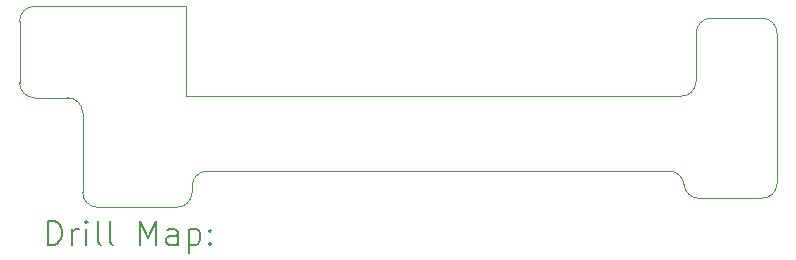
<source format=gbr>
%TF.GenerationSoftware,KiCad,Pcbnew,7.0.1*%
%TF.CreationDate,2023-03-29T08:45:10-04:00*%
%TF.ProjectId,BuckarooHAT,4275636b-6172-46f6-9f48-41542e6b6963,rev?*%
%TF.SameCoordinates,Original*%
%TF.FileFunction,Drillmap*%
%TF.FilePolarity,Positive*%
%FSLAX45Y45*%
G04 Gerber Fmt 4.5, Leading zero omitted, Abs format (unit mm)*
G04 Created by KiCad (PCBNEW 7.0.1) date 2023-03-29 08:45:10*
%MOMM*%
%LPD*%
G01*
G04 APERTURE LIST*
%ADD10C,0.100000*%
%ADD11C,0.200000*%
G04 APERTURE END LIST*
D10*
X10388600Y-7924800D02*
G75*
G03*
X10261600Y-7797800I-127000J0D01*
G01*
X11188700Y-8724900D02*
G75*
G03*
X11315700Y-8597900I0J127000D01*
G01*
X15582900Y-7658100D02*
X15582900Y-7251700D01*
X15709900Y-7124700D02*
G75*
G03*
X15582900Y-7251700I0J-127000D01*
G01*
X11315700Y-8547100D02*
X11315700Y-8597900D01*
X9855200Y-7670800D02*
G75*
G03*
X9982200Y-7797800I127000J0D01*
G01*
X11264900Y-7023100D02*
X11264900Y-7785100D01*
X15455900Y-7785100D02*
G75*
G03*
X15582900Y-7658100I0J127000D01*
G01*
X16141700Y-8648700D02*
G75*
G03*
X16268700Y-8521700I0J127000D01*
G01*
X10388600Y-8597900D02*
X10388600Y-7924800D01*
X9855200Y-7150100D02*
X9855200Y-7670800D01*
X16268700Y-7251700D02*
X16268700Y-8521700D01*
X16268700Y-7251700D02*
G75*
G03*
X16141700Y-7124700I-127000J0D01*
G01*
X11442700Y-8420100D02*
G75*
G03*
X11315700Y-8547100I0J-127000D01*
G01*
X11188700Y-8724900D02*
X10515600Y-8724900D01*
X16141700Y-8648700D02*
X15608300Y-8649333D01*
X11264900Y-7785100D02*
X15455900Y-7785100D01*
X15481300Y-8534400D02*
G75*
G03*
X15354300Y-8419467I-127000J-12700D01*
G01*
X15481300Y-8534400D02*
G75*
G03*
X15608300Y-8649333I127000J12700D01*
G01*
X10388600Y-8597900D02*
G75*
G03*
X10515600Y-8724900I127000J0D01*
G01*
X9982200Y-7023100D02*
G75*
G03*
X9855200Y-7150100I0J-127000D01*
G01*
X9982200Y-7023100D02*
X11264900Y-7023100D01*
X10261600Y-7797800D02*
X9982200Y-7797800D01*
X15354300Y-8419467D02*
X11442700Y-8420100D01*
X15709900Y-7124700D02*
X16141700Y-7124700D01*
D11*
X10097819Y-9042424D02*
X10097819Y-8842424D01*
X10097819Y-8842424D02*
X10145438Y-8842424D01*
X10145438Y-8842424D02*
X10174010Y-8851948D01*
X10174010Y-8851948D02*
X10193057Y-8870995D01*
X10193057Y-8870995D02*
X10202581Y-8890043D01*
X10202581Y-8890043D02*
X10212105Y-8928138D01*
X10212105Y-8928138D02*
X10212105Y-8956710D01*
X10212105Y-8956710D02*
X10202581Y-8994805D01*
X10202581Y-8994805D02*
X10193057Y-9013852D01*
X10193057Y-9013852D02*
X10174010Y-9032900D01*
X10174010Y-9032900D02*
X10145438Y-9042424D01*
X10145438Y-9042424D02*
X10097819Y-9042424D01*
X10297819Y-9042424D02*
X10297819Y-8909090D01*
X10297819Y-8947186D02*
X10307343Y-8928138D01*
X10307343Y-8928138D02*
X10316867Y-8918614D01*
X10316867Y-8918614D02*
X10335914Y-8909090D01*
X10335914Y-8909090D02*
X10354962Y-8909090D01*
X10421629Y-9042424D02*
X10421629Y-8909090D01*
X10421629Y-8842424D02*
X10412105Y-8851948D01*
X10412105Y-8851948D02*
X10421629Y-8861471D01*
X10421629Y-8861471D02*
X10431152Y-8851948D01*
X10431152Y-8851948D02*
X10421629Y-8842424D01*
X10421629Y-8842424D02*
X10421629Y-8861471D01*
X10545438Y-9042424D02*
X10526390Y-9032900D01*
X10526390Y-9032900D02*
X10516867Y-9013852D01*
X10516867Y-9013852D02*
X10516867Y-8842424D01*
X10650200Y-9042424D02*
X10631152Y-9032900D01*
X10631152Y-9032900D02*
X10621629Y-9013852D01*
X10621629Y-9013852D02*
X10621629Y-8842424D01*
X10878771Y-9042424D02*
X10878771Y-8842424D01*
X10878771Y-8842424D02*
X10945438Y-8985281D01*
X10945438Y-8985281D02*
X11012105Y-8842424D01*
X11012105Y-8842424D02*
X11012105Y-9042424D01*
X11193057Y-9042424D02*
X11193057Y-8937662D01*
X11193057Y-8937662D02*
X11183533Y-8918614D01*
X11183533Y-8918614D02*
X11164486Y-8909090D01*
X11164486Y-8909090D02*
X11126390Y-8909090D01*
X11126390Y-8909090D02*
X11107343Y-8918614D01*
X11193057Y-9032900D02*
X11174010Y-9042424D01*
X11174010Y-9042424D02*
X11126390Y-9042424D01*
X11126390Y-9042424D02*
X11107343Y-9032900D01*
X11107343Y-9032900D02*
X11097819Y-9013852D01*
X11097819Y-9013852D02*
X11097819Y-8994805D01*
X11097819Y-8994805D02*
X11107343Y-8975757D01*
X11107343Y-8975757D02*
X11126390Y-8966233D01*
X11126390Y-8966233D02*
X11174010Y-8966233D01*
X11174010Y-8966233D02*
X11193057Y-8956710D01*
X11288295Y-8909090D02*
X11288295Y-9109090D01*
X11288295Y-8918614D02*
X11307343Y-8909090D01*
X11307343Y-8909090D02*
X11345438Y-8909090D01*
X11345438Y-8909090D02*
X11364486Y-8918614D01*
X11364486Y-8918614D02*
X11374009Y-8928138D01*
X11374009Y-8928138D02*
X11383533Y-8947186D01*
X11383533Y-8947186D02*
X11383533Y-9004329D01*
X11383533Y-9004329D02*
X11374009Y-9023376D01*
X11374009Y-9023376D02*
X11364486Y-9032900D01*
X11364486Y-9032900D02*
X11345438Y-9042424D01*
X11345438Y-9042424D02*
X11307343Y-9042424D01*
X11307343Y-9042424D02*
X11288295Y-9032900D01*
X11469248Y-9023376D02*
X11478771Y-9032900D01*
X11478771Y-9032900D02*
X11469248Y-9042424D01*
X11469248Y-9042424D02*
X11459724Y-9032900D01*
X11459724Y-9032900D02*
X11469248Y-9023376D01*
X11469248Y-9023376D02*
X11469248Y-9042424D01*
X11469248Y-8918614D02*
X11478771Y-8928138D01*
X11478771Y-8928138D02*
X11469248Y-8937662D01*
X11469248Y-8937662D02*
X11459724Y-8928138D01*
X11459724Y-8928138D02*
X11469248Y-8918614D01*
X11469248Y-8918614D02*
X11469248Y-8937662D01*
M02*

</source>
